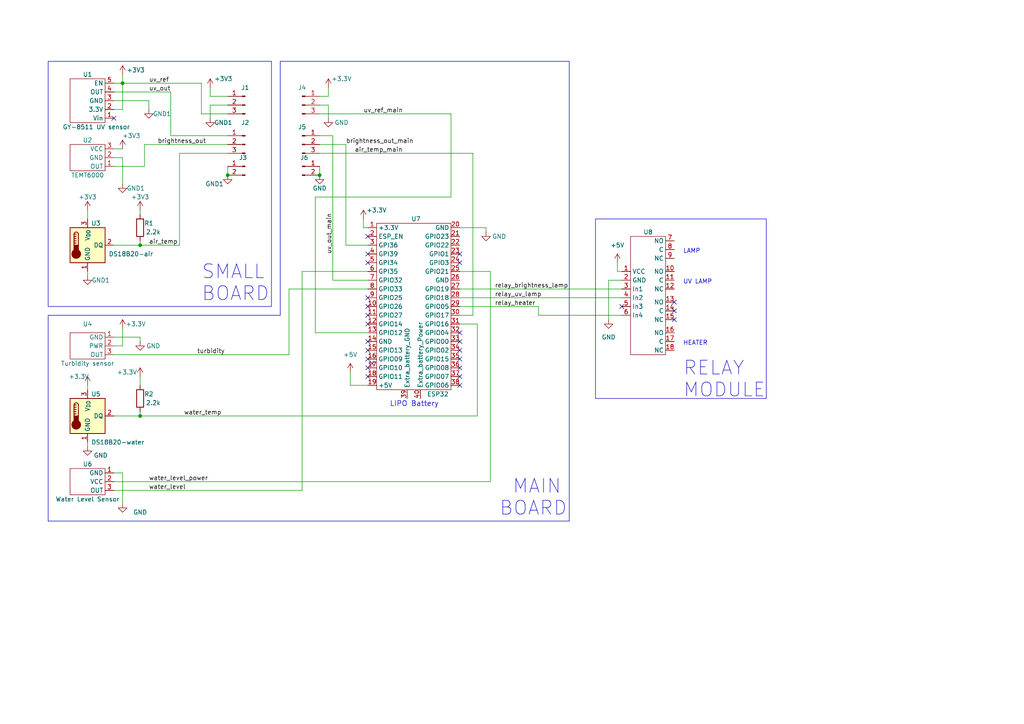
<source format=kicad_sch>
(kicad_sch (version 20230121) (generator eeschema)
  (paper "A4")
  (lib_symbols
    (symbol "Connector:Conn_01x02_Pin" (pin_names (offset 1.016) hide)
      (property "Reference" "J" (at 0 2.54 0))
      (property "Value" "Conn_01x02_Pin" (at 0 -5.08 0))
      (symbol "Conn_01x02_Pin_1_1"
        (polyline (pts (xy 1.27 -2.54) (xy 0.8636 -2.54)) (stroke (width 0.1524)))
        (polyline (pts (xy 1.27 0) (xy 0.8636 0)) (stroke (width 0.1524)))
        (rectangle (start 0.8636 -2.413) (end 0 -2.667) (stroke (width 0.1524)) (fill (type outline)))
        (rectangle (start 0.8636 0.127) (end 0 -0.127) (stroke (width 0.1524)) (fill (type outline)))
        (pin passive line (at 5.08 0 180) (length 3.81) (name "Pin_1") (number "1"))
        (pin passive line (at 5.08 -2.54 180) (length 3.81) (name "Pin_2") (number "2"))
      )
    )
    (symbol "Connector:Conn_01x03_Pin" (pin_names (offset 1.016) hide)
      (property "Reference" "J" (at 0 5.08 0))
      (property "Value" "Conn_01x03_Pin" (at 0 -5.08 0))
      (symbol "Conn_01x03_Pin_1_1"
        (polyline (pts (xy 1.27 -2.54) (xy 0.8636 -2.54)) (stroke (width 0.1524)))
        (polyline (pts (xy 1.27 0) (xy 0.8636 0)) (stroke (width 0.1524)))
        (polyline (pts (xy 1.27 2.54) (xy 0.8636 2.54)) (stroke (width 0.1524)))
        (rectangle (start 0.8636 -2.413) (end 0 -2.667) (stroke (width 0.1524)) (fill (type outline)))
        (rectangle (start 0.8636 0.127) (end 0 -0.127) (stroke (width 0.1524)) (fill (type outline)))
        (rectangle (start 0.8636 2.667) (end 0 2.413) (stroke (width 0.1524)) (fill (type outline)))
        (pin passive line (at 5.08 2.54 180) (length 3.81) (name "Pin_1") (number "1"))
        (pin passive line (at 5.08 0 180) (length 3.81) (name "Pin_2") (number "2"))
        (pin passive line (at 5.08 -2.54 180) (length 3.81) (name "Pin_3") (number "3"))
      )
    )
    (symbol "Device:R" (pin_numbers hide) (pin_names (offset 0))
      (property "Reference" "R" (at 2.032 0 90))
      (property "Value" "R" (at 0 0 90))
      (symbol "R_0_1"
        (rectangle (start -1.016 -2.54) (end 1.016 2.54) (stroke (width 0.254)))
      )
      (symbol "R_1_1"
        (pin passive line (at 0 3.81 270) (length 1.27) (name "~") (number "1"))
        (pin passive line (at 0 -3.81 90) (length 1.27) (name "~") (number "2"))
      )
    )
    (symbol "Diplomna:DFROBOT_-_SEN0189_-_turbidity_sensor"
      (property "Reference" "U" (at -3.81 2.54 0))
      (symbol "DFROBOT_-_SEN0189_-_turbidity_sensor_0_1"
        (rectangle (start -5.08 1.27) (end 5.08 -6.35))
      )
      (symbol "DFROBOT_-_SEN0189_-_turbidity_sensor_1_1"
        (pin power_in line (at 7.62 0 180) (length 2.54) (name "GND") (number "1"))
        (pin power_in line (at 7.62 -2.54 180) (length 2.54) (name "PWR") (number "2"))
        (pin output line (at 7.62 -5.08 180) (length 2.54) (name "OUT") (number "3"))
      )
    )
    (symbol "Diplomna:GY-8511_UV_sensor"
      (property "Reference" "U" (at 2.54 5.08 0))
      (symbol "GY-8511_UV_sensor_0_1"
        (rectangle (start 0 3.81) (end 10.16 -8.89))
      )
      (symbol "GY-8511_UV_sensor_1_1"
        (pin power_in line (at 12.7 2.54 180) (length 2.54) (name "Vin") (number "1"))
        (pin power_in line (at 12.7 0 180) (length 2.54) (name "3.3V") (number "2"))
        (pin power_in line (at 12.7 -2.54 180) (length 2.54) (name "GND") (number "3"))
        (pin output line (at 12.7 -5.08 180) (length 2.54) (name "OUT") (number "4"))
        (pin passive line (at 12.7 -7.62 180) (length 2.54) (name "EN") (number "5"))
      )
    )
    (symbol "Diplomna:Relay"
      (property "Reference" "U" (at 12.7 6.35 0))
      (symbol "Relay_0_1"
        (rectangle (start 8.89 3.81) (end 19.05 -30.48))
      )
      (symbol "Relay_1_1"
        (pin power_in line (at 6.35 -6.35 0) (length 2.54) (name "VCC") (number "1"))
        (pin output line (at 21.59 -6.35 180) (length 2.54) (name "NO") (number "10"))
        (pin output line (at 21.59 -8.89 180) (length 2.54) (name "C") (number "11"))
        (pin output line (at 21.59 -11.43 180) (length 2.54) (name "NC") (number "12"))
        (pin output line (at 21.59 -15.24 180) (length 2.54) (name "NO") (number "13"))
        (pin output line (at 21.59 -17.78 180) (length 2.54) (name "C") (number "14"))
        (pin output line (at 21.59 -20.32 180) (length 2.54) (name "NC") (number "15"))
        (pin output line (at 21.59 -24.13 180) (length 2.54) (name "NO") (number "16"))
        (pin output line (at 21.59 -26.67 180) (length 2.54) (name "C") (number "17"))
        (pin output line (at 21.59 -29.21 180) (length 2.54) (name "NC") (number "18"))
        (pin power_in line (at 6.35 -8.89 0) (length 2.54) (name "GND") (number "2"))
        (pin input line (at 6.35 -11.43 0) (length 2.54) (name "In1") (number "3"))
        (pin input line (at 6.35 -13.97 0) (length 2.54) (name "In2") (number "4"))
        (pin input line (at 6.35 -16.51 0) (length 2.54) (name "In3") (number "5"))
        (pin input line (at 6.35 -19.05 0) (length 2.54) (name "In4") (number "6"))
        (pin output line (at 21.59 2.54 180) (length 2.54) (name "NO") (number "7"))
        (pin output line (at 21.59 0 180) (length 2.54) (name "C") (number "8"))
        (pin output line (at 21.59 -2.54 180) (length 2.54) (name "NC") (number "9"))
      )
    )
    (symbol "Diplomna:TEMT6000"
      (property "Reference" "U" (at -5.08 5.08 0))
      (symbol "TEMT6000_0_0"
        (text "" (at 1.27 0 0) (effects (font (size 1.27 1.27))))
      )
      (symbol "TEMT6000_0_1"
        (rectangle (start -7.62 3.81) (end 2.54 -3.81))
      )
      (symbol "TEMT6000_1_1"
        (pin output line (at 5.08 2.54 180) (length 2.54) (name "OUT") (number "1"))
        (pin power_in line (at 5.08 0 180) (length 2.54) (name "GND") (number "2"))
        (pin power_in line (at 5.08 -2.54 180) (length 2.54) (name "VCC") (number "3"))
      )
    )
    (symbol "Diplomna:Water_Level_Sensor"
      (property "Reference" "U" (at -36.83 20.32 0))
      (symbol "Water_Level_Sensor_0_1"
        (rectangle (start -5.08 2.54) (end 5.08 -5.08))
      )
      (symbol "Water_Level_Sensor_1_1"
        (pin power_in line (at 7.62 1.27 180) (length 2.54) (name "GND") (number "1"))
        (pin power_in line (at 7.62 -1.27 180) (length 2.54) (name "VCC") (number "2"))
        (pin output line (at 7.62 -3.81 180) (length 2.54) (name "OUT") (number "3"))
      )
    )
    (symbol "Diplomna:olimex-esp32-devkit-lipo-d2"
      (property "Reference" "U" (at 0 6.35 0))
      (property "Value" "ESP32" (at 19.05 -46.99 0))
      (symbol "olimex-esp32-devkit-lipo-d2_0_1"
        (rectangle (start -2.54 5.08) (end 19.05 -43.18))
      )
      (symbol "olimex-esp32-devkit-lipo-d2_1_1"
        (pin power_out line (at -5.08 3.81 0) (length 2.54) (name "+3.3V") (number "1"))
        (pin bidirectional line (at -5.08 -19.05 0) (length 2.54) (name "GPIO26") (number "10"))
        (pin bidirectional line (at -5.08 -21.59 0) (length 2.54) (name "GPIO27") (number "11"))
        (pin bidirectional line (at -5.08 -24.13 0) (length 2.54) (name "GPIO14") (number "12"))
        (pin bidirectional line (at -5.08 -26.67 0) (length 2.54) (name "GPIO12") (number "13"))
        (pin power_out line (at -5.08 -29.21 0) (length 2.54) (name "GND") (number "14"))
        (pin bidirectional line (at -5.08 -31.75 0) (length 2.54) (name "GPIO13") (number "15"))
        (pin bidirectional line (at -5.08 -34.29 0) (length 2.54) (name "GPIO09") (number "16"))
        (pin bidirectional line (at -5.08 -36.83 0) (length 2.54) (name "GPIO10") (number "17"))
        (pin bidirectional line (at -5.08 -39.37 0) (length 2.54) (name "GPIO11") (number "18"))
        (pin power_out line (at -5.08 -41.91 0) (length 2.54) (name "+5V") (number "19"))
        (pin passive line (at -5.08 1.27 0) (length 2.54) (name "ESP_EN") (number "2"))
        (pin power_out line (at 21.59 3.81 180) (length 2.54) (name "GND") (number "20"))
        (pin bidirectional line (at 21.59 1.27 180) (length 2.54) (name "GPIO23") (number "21"))
        (pin bidirectional line (at 21.59 -1.27 180) (length 2.54) (name "GPIO22") (number "22"))
        (pin bidirectional line (at 21.59 -3.81 180) (length 2.54) (name "GPIO1") (number "23"))
        (pin bidirectional line (at 21.59 -6.35 180) (length 2.54) (name "GPIO3") (number "24"))
        (pin bidirectional line (at 21.59 -8.89 180) (length 2.54) (name "GPIO21") (number "25"))
        (pin power_out line (at 21.59 -11.43 180) (length 2.54) (name "GND") (number "26"))
        (pin bidirectional line (at 21.59 -13.97 180) (length 2.54) (name "GPIO19") (number "27"))
        (pin bidirectional line (at 21.59 -16.51 180) (length 2.54) (name "GPIO18") (number "28"))
        (pin bidirectional line (at 21.59 -19.05 180) (length 2.54) (name "GPIO05") (number "29"))
        (pin bidirectional line (at -5.08 -1.27 0) (length 2.54) (name "GPI36") (number "3"))
        (pin bidirectional line (at 21.59 -21.59 180) (length 2.54) (name "GPIO17") (number "30"))
        (pin bidirectional line (at 21.59 -24.13 180) (length 2.54) (name "GPIO16") (number "31"))
        (pin bidirectional line (at 21.59 -26.67 180) (length 2.54) (name "GPIO04") (number "32"))
        (pin bidirectional line (at 21.59 -29.21 180) (length 2.54) (name "GPIO00") (number "33"))
        (pin bidirectional line (at 21.59 -31.75 180) (length 2.54) (name "GPIO02") (number "34"))
        (pin bidirectional line (at 21.59 -34.29 180) (length 2.54) (name "GPIO15") (number "35"))
        (pin bidirectional line (at 21.59 -36.83 180) (length 2.54) (name "GPIO08") (number "36"))
        (pin bidirectional line (at 21.59 -39.37 180) (length 2.54) (name "GPIO07") (number "37"))
        (pin bidirectional line (at 21.59 -41.91 180) (length 2.54) (name "GPIO06") (number "38"))
        (pin power_in line (at 6.35 -45.72 90) (length 2.54) (name "Extra_battery_GND") (number "39"))
        (pin bidirectional line (at -5.08 -3.81 0) (length 2.54) (name "GPI39") (number "4"))
        (pin power_in line (at 10.16 -45.72 90) (length 2.54) (name "Extra_battery_Power") (number "40"))
        (pin bidirectional line (at -5.08 -6.35 0) (length 2.54) (name "GPI34") (number "5"))
        (pin bidirectional line (at -5.08 -8.89 0) (length 2.54) (name "GPI35") (number "6"))
        (pin bidirectional line (at -5.08 -11.43 0) (length 2.54) (name "GPIO32") (number "7"))
        (pin bidirectional line (at -5.08 -13.97 0) (length 2.54) (name "GPIO33") (number "8"))
        (pin bidirectional line (at -5.08 -16.51 0) (length 2.54) (name "GPIO25") (number "9"))
      )
    )
    (symbol "Sensor_Temperature:DS18B20"
      (property "Reference" "U" (at -3.81 6.35 0))
      (property "Value" "DS18B20" (at 6.35 6.35 0))
      (symbol "DS18B20_0_1"
        (rectangle (start -5.08 5.08) (end 5.08 -5.08) (stroke (width 0.254)) (fill (type background)))
        (circle (center -3.302 -2.54) (radius 1.27) (stroke (width 0.254)) (fill (type outline)))
        (rectangle (start -2.667 -1.905) (end -3.937 0) (stroke (width 0.254)) (fill (type outline)))
        (arc (start -2.667 3.175) (mid -3.302 3.8073) (end -3.937 3.175) (stroke (width 0.254)))
        (polyline (pts (xy -3.937 0.635) (xy -3.302 0.635)) (stroke (width 0.254)))
        (polyline (pts (xy -3.937 1.27) (xy -3.302 1.27)) (stroke (width 0.254)))
        (polyline (pts (xy -3.937 1.905) (xy -3.302 1.905)) (stroke (width 0.254)))
        (polyline (pts (xy -3.937 2.54) (xy -3.302 2.54)) (stroke (width 0.254)))
        (polyline (pts (xy -3.937 3.175) (xy -3.937 0)) (stroke (width 0.254)))
        (polyline (pts (xy -3.937 3.175) (xy -3.302 3.175)) (stroke (width 0.254)))
        (polyline (pts (xy -2.667 3.175) (xy -2.667 0)) (stroke (width 0.254)))
      )
      (symbol "DS18B20_1_1"
        (pin power_in line (at 0 -7.62 90) (length 2.54) (name "GND") (number "1"))
        (pin bidirectional line (at 7.62 0 180) (length 2.54) (name "DQ") (number "2"))
        (pin power_in line (at 0 7.62 270) (length 2.54) (name "V_{DD}") (number "3"))
      )
    )
    (symbol "esp32:GND" (power) (pin_names (offset 0))
      (property "Value" "GND" (at 0 -3.81 0))
      (symbol "GND_0_1"
        (polyline (pts (xy 0 0) (xy 0 -1.27) (xy 1.27 -1.27) (xy 0 -2.54) (xy -1.27 -1.27) (xy 0 -1.27)))
      )
      (symbol "GND_1_1"
        (pin power_in line (at 0 0 270) (length 0) hide (name "GND") (number "1"))
      )
    )
    (symbol "power:+3.3V" (power) (pin_names (offset 0))
      (property "Value" "+3.3V" (at 0 3.556 0))
      (symbol "+3.3V_0_1"
        (polyline (pts (xy -0.762 1.27) (xy 0 2.54)))
        (polyline (pts (xy 0 0) (xy 0 2.54)))
        (polyline (pts (xy 0 2.54) (xy 0.762 1.27)))
      )
      (symbol "+3.3V_1_1"
        (pin power_in line (at 0 0 90) (length 0) hide (name "+3.3V") (number "1"))
      )
    )
    (symbol "power:+3V3" (power) (pin_names (offset 0))
      (property "Value" "+3V3" (at 0 3.556 0))
      (symbol "+3V3_0_1"
        (polyline (pts (xy -0.762 1.27) (xy 0 2.54)))
        (polyline (pts (xy 0 0) (xy 0 2.54)))
        (polyline (pts (xy 0 2.54) (xy 0.762 1.27)))
      )
      (symbol "+3V3_1_1"
        (pin power_in line (at 0 0 90) (length 0) hide (name "+3V3") (number "1"))
      )
    )
    (symbol "power:+5V" (power) (pin_names (offset 0))
      (property "Value" "+5V" (at 0 3.556 0))
      (symbol "+5V_0_1"
        (polyline (pts (xy -0.762 1.27) (xy 0 2.54)))
        (polyline (pts (xy 0 0) (xy 0 2.54)))
        (polyline (pts (xy 0 2.54) (xy 0.762 1.27)))
      )
      (symbol "+5V_1_1"
        (pin power_in line (at 0 0 90) (length 0) hide (name "+5V") (number "1"))
      )
    )
    (symbol "power:GND1" (power) (pin_names (offset 0))
      (property "Value" "GND1" (at 0 -3.81 0))
      (symbol "GND1_0_1"
        (polyline (pts (xy 0 0) (xy 0 -1.27) (xy 1.27 -1.27) (xy 0 -2.54) (xy -1.27 -1.27) (xy 0 -1.27)))
      )
      (symbol "GND1_1_1"
        (pin power_in line (at 0 0 270) (length 0) hide (name "GND1") (number "1"))
      )
    )
  )
  (junction (at 40.64 120.65))
  (junction (at 66.04 50.8))
  (junction (at 92.71 50.8))
  (junction (at 35.56 24.13))
  (junction (at 40.64 71.12))
  (no_connect (at 106.68 101.6))
  (no_connect (at 33.02 34.29))
  (no_connect (at 106.68 68.58))
  (no_connect (at 133.35 109.22))
  (no_connect (at 107.95 105.41))
  (no_connect (at 106.68 109.22))
  (no_connect (at 106.68 88.9))
  (no_connect (at 106.68 93.98))
  (no_connect (at 106.68 91.44))
  (no_connect (at 106.68 99.06))
  (no_connect (at 133.35 106.68))
  (no_connect (at 133.35 99.06))
  (no_connect (at 106.68 76.2))
  (no_connect (at 133.35 104.14))
  (no_connect (at 133.35 101.6))
  (no_connect (at 106.68 86.36))
  (no_connect (at 106.68 104.14))
  (no_connect (at 195.58 92.71))
  (no_connect (at 106.68 106.68))
  (no_connect (at 195.58 87.63))
  (no_connect (at 133.35 111.76))
  (no_connect (at 106.68 73.66))
  (no_connect (at 133.35 76.2))
  (no_connect (at 180.34 88.9))
  (no_connect (at 133.35 96.52))
  (no_connect (at 133.35 73.66))
  (no_connect (at 195.58 90.17))
  (wire (pts (xy 92.71 27.94) (xy 95.25 27.94)))
  (wire (pts (xy 66.04 48.26) (xy 66.04 50.8)))
  (wire (pts (xy 33.02 26.67) (xy 49.53 26.67)))
  (polyline (pts (xy 81.28 17.78) (xy 165.1 17.78)))
  (wire (pts (xy 106.68 71.12) (xy 100.33 71.12)))
  (wire (pts (xy 33.02 31.75) (xy 35.56 31.75)))
  (wire (pts (xy 91.44 96.52) (xy 106.68 96.52)))
  (wire (pts (xy 66.04 27.94) (xy 60.96 27.94)))
  (wire (pts (xy 41.91 41.91) (xy 66.04 41.91)))
  (wire (pts (xy 35.56 45.72) (xy 33.02 45.72)))
  (wire (pts (xy 137.16 44.45) (xy 137.16 91.44)))
  (wire (pts (xy 133.35 83.82) (xy 180.34 83.82)))
  (wire (pts (xy 95.25 30.48) (xy 95.25 34.29)))
  (wire (pts (xy 66.04 44.45) (xy 52.07 44.45)))
  (wire (pts (xy 49.53 39.37) (xy 49.53 26.67)))
  (wire (pts (xy 133.35 66.04) (xy 140.97 66.04)))
  (wire (pts (xy 138.43 120.65) (xy 138.43 93.98)))
  (wire (pts (xy 40.64 69.85) (xy 40.64 71.12)))
  (wire (pts (xy 33.02 97.79) (xy 40.64 97.79)))
  (wire (pts (xy 25.4 60.96) (xy 25.4 63.5)))
  (wire (pts (xy 33.02 137.16) (xy 35.56 137.16)))
  (polyline (pts (xy 165.1 151.13) (xy 13.97 151.13)))
  (wire (pts (xy 91.44 57.15) (xy 130.81 57.15)))
  (wire (pts (xy 91.44 96.52) (xy 91.44 57.15)))
  (wire (pts (xy 35.56 137.16) (xy 35.56 146.05)))
  (wire (pts (xy 156.21 91.44) (xy 156.21 88.9)))
  (wire (pts (xy 101.6 107.95) (xy 101.6 111.76)))
  (wire (pts (xy 52.07 44.45) (xy 52.07 71.12)))
  (wire (pts (xy 95.25 27.94) (xy 95.25 25.4)))
  (wire (pts (xy 35.56 24.13) (xy 58.42 24.13)))
  (wire (pts (xy 96.52 81.28) (xy 106.68 81.28)))
  (wire (pts (xy 40.64 120.65) (xy 33.02 120.65)))
  (wire (pts (xy 60.96 27.94) (xy 60.96 25.4)))
  (wire (pts (xy 40.64 71.12) (xy 33.02 71.12)))
  (wire (pts (xy 40.64 71.12) (xy 52.07 71.12)))
  (wire (pts (xy 142.24 139.7) (xy 142.24 78.74)))
  (wire (pts (xy 133.35 86.36) (xy 180.34 86.36)))
  (wire (pts (xy 101.6 111.76) (xy 106.68 111.76)))
  (wire (pts (xy 40.64 109.22) (xy 40.64 111.76)))
  (wire (pts (xy 180.34 81.28) (xy 176.53 81.28)))
  (wire (pts (xy 66.04 33.02) (xy 58.42 33.02)))
  (wire (pts (xy 33.02 48.26) (xy 41.91 48.26)))
  (wire (pts (xy 87.63 78.74) (xy 106.68 78.74)))
  (wire (pts (xy 133.35 93.98) (xy 138.43 93.98)))
  (wire (pts (xy 87.63 78.74) (xy 87.63 142.24)))
  (wire (pts (xy 43.18 29.21) (xy 43.18 31.75)))
  (wire (pts (xy 179.07 78.74) (xy 180.34 78.74)))
  (wire (pts (xy 40.64 120.65) (xy 138.43 120.65)))
  (wire (pts (xy 140.97 66.04) (xy 140.97 67.31)))
  (wire (pts (xy 35.56 95.25) (xy 35.56 100.33)))
  (wire (pts (xy 92.71 48.26) (xy 92.71 50.8)))
  (wire (pts (xy 176.53 81.28) (xy 176.53 92.71)))
  (wire (pts (xy 179.07 78.74) (xy 179.07 76.2)))
  (wire (pts (xy 133.35 88.9) (xy 156.21 88.9)))
  (wire (pts (xy 130.81 57.15) (xy 130.81 33.02)))
  (wire (pts (xy 35.56 53.34) (xy 35.56 45.72)))
  (wire (pts (xy 60.96 30.48) (xy 60.96 34.29)))
  (wire (pts (xy 66.04 39.37) (xy 49.53 39.37)))
  (wire (pts (xy 133.35 91.44) (xy 137.16 91.44)))
  (wire (pts (xy 92.71 39.37) (xy 96.52 39.37)))
  (wire (pts (xy 33.02 24.13) (xy 35.56 24.13)))
  (wire (pts (xy 58.42 24.13) (xy 58.42 33.02)))
  (polyline (pts (xy 81.28 91.44) (xy 81.28 17.78)))
  (wire (pts (xy 25.4 128.27) (xy 25.4 129.54)))
  (wire (pts (xy 92.71 41.91) (xy 100.33 41.91)))
  (wire (pts (xy 35.56 21.59) (xy 35.56 24.13)))
  (wire (pts (xy 105.41 66.04) (xy 106.68 66.04)))
  (wire (pts (xy 40.64 97.79) (xy 40.64 99.06)))
  (polyline (pts (xy 13.97 91.44) (xy 13.97 151.13)))
  (wire (pts (xy 133.35 78.74) (xy 142.24 78.74)))
  (wire (pts (xy 33.02 142.24) (xy 87.63 142.24)))
  (wire (pts (xy 92.71 33.02) (xy 130.81 33.02)))
  (polyline (pts (xy 13.97 91.44) (xy 81.28 91.44)))
  (wire (pts (xy 180.34 91.44) (xy 156.21 91.44)))
  (wire (pts (xy 66.04 30.48) (xy 60.96 30.48)))
  (wire (pts (xy 92.71 30.48) (xy 95.25 30.48)))
  (wire (pts (xy 83.82 83.82) (xy 83.82 102.87)))
  (wire (pts (xy 25.4 78.74) (xy 25.4 80.01)))
  (wire (pts (xy 40.64 60.96) (xy 40.64 62.23)))
  (wire (pts (xy 33.02 100.33) (xy 35.56 100.33)))
  (wire (pts (xy 33.02 102.87) (xy 83.82 102.87)))
  (wire (pts (xy 33.02 139.7) (xy 142.24 139.7)))
  (wire (pts (xy 41.91 41.91) (xy 41.91 48.26)))
  (wire (pts (xy 25.4 111.76) (xy 25.4 113.03)))
  (wire (pts (xy 96.52 39.37) (xy 96.52 81.28)))
  (wire (pts (xy 33.02 29.21) (xy 43.18 29.21)))
  (wire (pts (xy 83.82 83.82) (xy 106.68 83.82)))
  (wire (pts (xy 33.02 43.18) (xy 35.56 43.18)))
  (wire (pts (xy 100.33 41.91) (xy 100.33 71.12)))
  (polyline (pts (xy 165.1 17.78) (xy 165.1 151.13)))
  (wire (pts (xy 105.41 63.5) (xy 105.41 66.04)))
  (wire (pts (xy 92.71 44.45) (xy 137.16 44.45)))
  (wire (pts (xy 40.64 119.38) (xy 40.64 120.65)))
  (wire (pts (xy 35.56 24.13) (xy 35.56 31.75)))
  (rectangle (start 13.97 17.78) (end 78.74 88.9))
  (rectangle (start 172.72 63.5) (end 222.25 115.57))
  (text "MAIN" (at 148.59 143.51 0) (effects (font (size 4 4)) (justify left bottom)))
  (text "UV LAMP\n" (at 198.12 82.55 0) (effects (font (size 1.27 1.27)) (justify left bottom)))
  (text "LIPO Battery\n" (at 113.03 118.11 0) (effects (font (size 1.5 1.5)) (justify left bottom)))
  (text "SMALL" (at 58.42 81.28 0) (effects (font (size 4 4)) (justify left bottom)))
  (text "LAMP" (at 198.12 73.66 0) (effects (font (size 1.27 1.27)) (justify left bottom)))
  (text "RELAY\n" (at 198.12 109.22 0) (effects (font (size 4 4)) (justify left bottom)))
  (text "BOARD" (at 58.42 87.63 0) (effects (font (size 4 4)) (justify left bottom)))
  (text "BOARD\n" (at 144.78 149.86 0) (effects (font (size 4 4)) (justify left bottom)))
  (text "MODULE" (at 198.12 115.57 0) (effects (font (size 4 4)) (justify left bottom)))
  (text "HEATER" (at 198.12 100.33 0) (effects (font (size 1.27 1.27)) (justify left bottom)))
  (label "uv_out" (at 43.18 26.67 0))
  (label "water_temp" (at 53.34 120.65 0))
  (label "relay_heater" (at 143.51 88.9 0))
  (label "turbidity" (at 57.15 102.87 0))
  (label "water_level" (at 43.18 142.24 0))
  (label "uv_ref" (at 43.18 24.13 0))
  (label "uv_out_main" (at 96.52 73.66 90))
  (label "water_level_power" (at 43.18 139.7 0))
  (label "air_temp_main" (at 102.87 44.45 0))
  (label "relay_brightness_lamp" (at 143.51 83.82 0))
  (label "brightness_out" (at 45.72 41.91 0))
  (label "air_temp" (at 43.18 71.12 0))
  (label "relay_uv_lamp" (at 143.51 86.36 0))
  (label "brightness_out_main" (at 100.33 41.91 0))
  (label "uv_ref_main" (at 105.41 33.02 0))
  (symbol (lib_id "Diplomna:olimex-esp32-devkit-lipo-d2") (at 111.76 69.85 0) (unit 1)
    (property "Reference" "U7" (at 120.65 63.5 0))
    (property "Value" "ESP32" (at 127 114.3 0))
    (property "Footprint" "Diplomna:MODULE_ESP32-DEVKITC" (effects hide))
  )
  (symbol (lib_id "Diplomna:Water_Level_Sensor") (at 25.4 138.43 0) (unit 1)
    (property "Reference" "U6" (at 25.4 134.62 0))
    (property "Value" "Water Level Sensor" (at 25.4 144.78 0))
    (property "Footprint" "Diplomna:3pin_holes" (effects hide))
  )
  (symbol (lib_id "power:+3V3") (at 60.96 25.4 0) (mirror y) (unit 1)
    (property "Reference" "#PWR014" (effects hide))
    (property "Value" "+3V3" (at 64.77 22.86 0))
  )
  (symbol (lib_id "power:+3.3V") (at 105.41 63.5 0) (unit 1)
    (property "Reference" "#PWR018" (effects hide))
    (property "Value" "+3.3V" (at 109.22 60.96 0))
  )
  (symbol (lib_id "esp32:GND") (at 35.56 146.05 0) (mirror y) (unit 1)
    (property "Reference" "#PWR09" (effects hide))
    (property "Value" "GND" (at 40.64 148.59 0))
  )
  (symbol (lib_id "power:GND1") (at 25.4 80.01 0) (unit 1)
    (property "Reference" "#PWR02" (effects hide))
    (property "Value" "GND1" (at 29.21 81.28 0))
  )
  (symbol (lib_id "Device:R") (at 40.64 115.57 0) (mirror y) (unit 1)
    (property "Reference" "R2" (at 43.18 114.3 0))
    (property "Value" "2.2k" (at 44.45 116.84 0))
    (property "Footprint" "Resistor_THT:R_Axial_DIN0309_L9.0mm_D3.2mm_P12.70mm_Horizontal" (effects hide))
  )
  (symbol (lib_id "power:+3V3") (at 25.4 60.96 0) (unit 1)
    (property "Reference" "#PWR01" (effects hide))
    (property "Value" "+3V3" (at 25.4 57.15 0))
  )
  (symbol (lib_id "esp32:GND") (at 95.25 34.29 0) (unit 1)
    (property "Reference" "#PWR017" (effects hide))
    (property "Value" "GND" (at 99.06 35.56 0))
  )
  (symbol (lib_id "power:+5V") (at 101.6 107.95 0) (unit 1)
    (property "Reference" "#PWR020" (effects hide))
    (property "Value" "+5V" (at 101.6 102.87 0))
  )
  (symbol (lib_id "esp32:GND") (at 176.53 92.71 0) (mirror y) (unit 1)
    (property "Reference" "#PWR031" (effects hide))
    (property "Value" "GND" (at 176.53 97.79 0))
  )
  (symbol (lib_id "Diplomna:Relay") (at 173.99 72.39 0) (unit 1)
    (property "Reference" "U8" (at 187.96 67.31 0))
    (property "Value" "Relay module" (effects hide))
    (property "Footprint" "Diplomna:connector_6p" (effects hide))
  )
  (symbol (lib_id "Connector:Conn_01x03_Pin") (at 71.12 41.91 0) (mirror y) (unit 1)
    (property "Reference" "J2" (at 71.12 35.56 0))
    (property "Value" "Conn_01x03_Pin" (effects hide))
    (property "Footprint" "Diplomna:connector_3p" (effects hide))
  )
  (symbol (lib_id "power:GND1") (at 35.56 53.34 0) (unit 1)
    (property "Reference" "#PWR06" (effects hide))
    (property "Value" "GND1" (at 39.37 54.61 0))
  )
  (symbol (lib_id "Device:R") (at 40.64 66.04 0) (mirror y) (unit 1)
    (property "Reference" "R1" (at 43.18 64.77 0))
    (property "Value" "2.2k" (at 44.45 67.31 0))
    (property "Footprint" "Resistor_THT:R_Axial_DIN0309_L9.0mm_D3.2mm_P12.70mm_Horizontal" (effects hide))
  )
  (symbol (lib_id "power:+3V3") (at 35.56 21.59 0) (unit 1)
    (property "Reference" "#PWR010" (effects hide))
    (property "Value" "+3V3" (at 39.37 20.32 0))
  )
  (symbol (lib_id "power:+5V") (at 179.07 76.2 0) (unit 1)
    (property "Reference" "#PWR021" (effects hide))
    (property "Value" "+5V" (at 179.07 71.12 0))
  )
  (symbol (lib_id "Diplomna:GY-8511_UV_sensor") (at 20.32 31.75 0) (mirror x) (unit 1)
    (property "Reference" "U1" (at 25.4 21.59 0))
    (property "Value" "GY-8511 UV sensor" (at 27.94 36.83 0))
    (property "Footprint" "Diplomna:5pin_holes" (effects hide))
  )
  (symbol (lib_id "power:+3.3V") (at 40.64 109.22 0) (mirror y) (unit 1)
    (property "Reference" "#PWR013" (effects hide))
    (property "Value" "+3.3V" (at 36.83 107.95 0))
  )
  (symbol (lib_id "power:+3.3V") (at 95.25 25.4 0) (unit 1)
    (property "Reference" "#PWR016" (effects hide))
    (property "Value" "+3.3V" (at 99.06 22.86 0))
  )
  (symbol (lib_id "esp32:GND") (at 140.97 67.31 0) (unit 1)
    (property "Reference" "#PWR019" (effects hide))
    (property "Value" "GND" (at 144.78 68.58 0))
  )
  (symbol (lib_id "power:GND1") (at 43.18 31.75 0) (unit 1)
    (property "Reference" "#PWR05" (effects hide))
    (property "Value" "GND1" (at 46.99 33.02 0))
  )
  (symbol (lib_id "esp32:GND") (at 40.64 99.06 0) (mirror y) (unit 1)
    (property "Reference" "#PWR08" (effects hide))
    (property "Value" "GND" (at 44.45 100.33 0))
  )
  (symbol (lib_id "power:+3.3V") (at 25.4 111.76 0) (mirror y) (unit 1)
    (property "Reference" "#PWR03" (effects hide))
    (property "Value" "+3.3V" (at 22.86 109.22 0))
  )
  (symbol (lib_id "Connector:Conn_01x02_Pin") (at 87.63 48.26 0) (unit 1)
    (property "Reference" "J6" (at 88.265 45.72 0))
    (property "Value" "Conn_01x02_Pin" (effects hide))
    (property "Footprint" "Diplomna:connector_2p" (effects hide))
  )
  (symbol (lib_id "Connector:Conn_01x03_Pin") (at 87.63 41.91 0) (unit 1)
    (property "Reference" "J5" (at 87.63 36.83 0))
    (property "Value" "Conn_01x03_Pin" (effects hide))
    (property "Footprint" "Diplomna:connector_3p" (effects hide))
  )
  (symbol (lib_id "power:+3V3") (at 35.56 43.18 0) (unit 1)
    (property "Reference" "#PWR011" (effects hide))
    (property "Value" "+3V3" (at 38.1 39.37 0))
  )
  (symbol (lib_id "Connector:Conn_01x03_Pin") (at 87.63 30.48 0) (unit 1)
    (property "Reference" "J4" (at 87.63 25.4 0))
    (property "Value" "Conn_01x03_Pin" (effects hide))
    (property "Footprint" "Diplomna:connector_3p" (effects hide))
  )
  (symbol (lib_id "power:GND1") (at 60.96 34.29 0) (mirror y) (unit 1)
    (property "Reference" "#PWR015" (effects hide))
    (property "Value" "GND1" (at 64.77 35.56 0))
  )
  (symbol (lib_id "Sensor_Temperature:DS18B20") (at 25.4 71.12 0) (unit 1)
    (property "Reference" "U3" (at 29.21 64.77 0) (effects (justify right)))
    (property "Value" "DS18B20-air" (at 44.45 73.66 0) (effects (justify right)))
    (property "Footprint" "Diplomna:3pin_holes" (effects hide))
    (property "Datasheet" "http://datasheets.maximintegrated.com/en/ds/DS18B20.pdf" (effects hide))
  )
  (symbol (lib_id "power:+3.3V") (at 35.56 95.25 0) (mirror y) (unit 1)
    (property "Reference" "#PWR07" (effects hide))
    (property "Value" "+3.3V" (at 39.37 93.98 0))
  )
  (symbol (lib_id "esp32:GND") (at 92.71 50.8 0) (unit 1)
    (property "Reference" "#PWR023" (effects hide))
    (property "Value" "GND" (at 92.71 54.61 0))
  )
  (symbol (lib_id "Diplomna:DFROBOT_-_SEN0189_-_turbidity_sensor") (at 25.4 97.79 0) (unit 1)
    (property "Reference" "U4" (at 25.4 93.98 0))
    (property "Value" "Turbidity sensor" (at 25.4 105.41 0))
    (property "Footprint" "Diplomna:3pin_holes" (effects hide))
  )
  (symbol (lib_id "esp32:GND") (at 25.4 129.54 0) (mirror y) (unit 1)
    (property "Reference" "#PWR04" (effects hide))
    (property "Value" "GND" (at 29.21 132.08 0))
  )
  (symbol (lib_id "Connector:Conn_01x02_Pin") (at 71.12 48.26 0) (mirror y) (unit 1)
    (property "Reference" "J3" (at 70.485 45.72 0))
    (property "Value" "Conn_01x02_Pin" (effects hide))
    (property "Footprint" "Diplomna:connector_2p" (effects hide))
  )
  (symbol (lib_id "Connector:Conn_01x03_Pin") (at 71.12 30.48 0) (mirror y) (unit 1)
    (property "Reference" "J1" (at 71.12 25.4 0))
    (property "Value" "Conn_01x03_Pin" (effects hide))
    (property "Footprint" "Diplomna:connector_3p" (effects hide))
  )
  (symbol (lib_id "Sensor_Temperature:DS18B20") (at 25.4 120.65 0) (unit 1)
    (property "Reference" "U5" (at 29.21 114.3 0) (effects (justify right)))
    (property "Value" "DS18B20-water" (at 41.91 128.27 0) (effects (justify right)))
    (property "Footprint" "Diplomna:3pin_holes" (effects hide))
    (property "Datasheet" "http://datasheets.maximintegrated.com/en/ds/DS18B20.pdf" (effects hide))
  )
  (symbol (lib_id "power:+3V3") (at 40.64 60.96 0) (unit 1)
    (property "Reference" "#PWR012" (effects hide))
    (property "Value" "+3V3" (at 40.64 57.15 0))
  )
  (symbol (lib_id "Diplomna:TEMT6000") (at 27.94 45.72 0) (mirror x) (unit 1)
    (property "Reference" "U2" (at 25.4 40.64 0))
    (property "Value" "TEMT6000" (at 25.4 50.8 0))
    (property "Footprint" "Diplomna:3pin_holes" (effects hide))
  )
  (symbol (lib_id "power:GND1") (at 66.04 50.8 0) (mirror y) (unit 1)
    (property "Reference" "#PWR022" (effects hide))
    (property "Value" "GND1" (at 62.23 53.34 0))
  )
)
</source>
